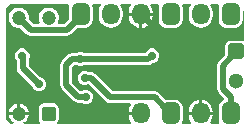
<source format=gbl>
G04*
G04 #@! TF.GenerationSoftware,Altium Limited,Altium Designer,21.1.1 (26)*
G04*
G04 Layer_Physical_Order=2*
G04 Layer_Color=16711680*
%FSLAX25Y25*%
%MOIN*%
G70*
G04*
G04 #@! TF.SameCoordinates,796318E6-0720-4558-8E08-BFF37AF7A405*
G04*
G04*
G04 #@! TF.FilePolarity,Positive*
G04*
G01*
G75*
%ADD49C,0.01968*%
G04:AMPARAMS|DCode=52|XSize=59.06mil|YSize=70.87mil|CornerRadius=14.76mil|HoleSize=0mil|Usage=FLASHONLY|Rotation=0.000|XOffset=0mil|YOffset=0mil|HoleType=Round|Shape=RoundedRectangle|*
%AMROUNDEDRECTD52*
21,1,0.05906,0.04134,0,0,0.0*
21,1,0.02953,0.07087,0,0,0.0*
1,1,0.02953,0.01476,-0.02067*
1,1,0.02953,-0.01476,-0.02067*
1,1,0.02953,-0.01476,0.02067*
1,1,0.02953,0.01476,0.02067*
%
%ADD52ROUNDEDRECTD52*%
%ADD53O,0.05906X0.07087*%
%ADD54C,0.05118*%
G04:AMPARAMS|DCode=55|XSize=51.18mil|YSize=51.18mil|CornerRadius=7.68mil|HoleSize=0mil|Usage=FLASHONLY|Rotation=90.000|XOffset=0mil|YOffset=0mil|HoleType=Round|Shape=RoundedRectangle|*
%AMROUNDEDRECTD55*
21,1,0.05118,0.03583,0,0,90.0*
21,1,0.03583,0.05118,0,0,90.0*
1,1,0.01535,0.01791,0.01791*
1,1,0.01535,0.01791,-0.01791*
1,1,0.01535,-0.01791,-0.01791*
1,1,0.01535,-0.01791,0.01791*
%
%ADD55ROUNDEDRECTD55*%
%ADD56C,0.04724*%
G04:AMPARAMS|DCode=57|XSize=47.24mil|YSize=47.24mil|CornerRadius=7.09mil|HoleSize=0mil|Usage=FLASHONLY|Rotation=90.000|XOffset=0mil|YOffset=0mil|HoleType=Round|Shape=RoundedRectangle|*
%AMROUNDEDRECTD57*
21,1,0.04724,0.03307,0,0,90.0*
21,1,0.03307,0.04724,0,0,90.0*
1,1,0.01417,0.01654,0.01654*
1,1,0.01417,0.01654,-0.01654*
1,1,0.01417,-0.01654,-0.01654*
1,1,0.01417,-0.01654,0.01654*
%
%ADD57ROUNDEDRECTD57*%
%ADD58C,0.02756*%
G36*
X72712Y41291D02*
X72699Y41201D01*
X72511Y40256D01*
Y36122D01*
X72702Y35162D01*
X73246Y34348D01*
X74060Y33804D01*
X75020Y33613D01*
X77972D01*
X78932Y33804D01*
X79746Y34348D01*
X80290Y35162D01*
X80481Y36122D01*
Y39375D01*
X80981Y39655D01*
X81058Y39608D01*
X81072Y39560D01*
Y29618D01*
X80572Y29279D01*
X80138Y29365D01*
X76555D01*
X75872Y29229D01*
X75292Y28842D01*
X74905Y28262D01*
X74769Y27579D01*
Y24655D01*
X72597Y22482D01*
X72162Y21831D01*
X72009Y21063D01*
Y13217D01*
X72162Y12449D01*
X72597Y11798D01*
X74328Y10066D01*
X74190Y9529D01*
X74060Y9503D01*
X73246Y8959D01*
X72702Y8145D01*
X72511Y7185D01*
Y3051D01*
X72699Y2106D01*
X72712Y2016D01*
X72432Y1606D01*
X69867D01*
X69620Y2106D01*
X69949Y2534D01*
X70347Y3496D01*
X70483Y4528D01*
Y4626D01*
X62509D01*
Y4528D01*
X62645Y3496D01*
X63043Y2534D01*
X63372Y2106D01*
X63126Y1606D01*
X60560D01*
X60280Y2016D01*
X60293Y2106D01*
X60481Y3051D01*
Y7185D01*
X60290Y8145D01*
X59746Y8959D01*
X58933Y9503D01*
X57972Y9694D01*
X55020D01*
X54966Y9683D01*
X52691Y11959D01*
X52040Y12394D01*
X51272Y12546D01*
X37142D01*
X31347Y18341D01*
X30696Y18777D01*
X29928Y18929D01*
X29301D01*
X29192Y19038D01*
X28324Y19398D01*
X27384D01*
X26516Y19038D01*
X25851Y18374D01*
X25492Y17506D01*
Y16566D01*
X25851Y15698D01*
X26516Y15033D01*
X27384Y14673D01*
X28324D01*
X28907Y14915D01*
X29097D01*
X34892Y9120D01*
X35543Y8685D01*
X36311Y8532D01*
X43050D01*
X43297Y8032D01*
X43043Y7702D01*
X42645Y6741D01*
X42509Y5709D01*
Y5610D01*
X46496D01*
Y4626D01*
X42509D01*
Y4528D01*
X42645Y3496D01*
X43043Y2534D01*
X43372Y2106D01*
X43126Y1606D01*
X18728Y1606D01*
X18576Y2106D01*
X18701Y2189D01*
X19075Y2749D01*
X19206Y3409D01*
Y6717D01*
X19075Y7377D01*
X18701Y7937D01*
X18141Y8311D01*
X17480Y8443D01*
X14173D01*
X13513Y8311D01*
X12953Y7937D01*
X12578Y7377D01*
X12447Y6717D01*
Y3409D01*
X12578Y2749D01*
X12953Y2189D01*
X13077Y2106D01*
X12926Y1606D01*
X7563Y1606D01*
X7429Y2106D01*
X7891Y2373D01*
X8517Y2998D01*
X8960Y3765D01*
X9176Y4571D01*
X5827D01*
X2478D01*
X2694Y3765D01*
X3136Y2998D01*
X3762Y2373D01*
X4225Y2106D01*
X4091Y1606D01*
X3937D01*
X3937Y1606D01*
X3937Y1606D01*
X3707Y1606D01*
X3257Y1695D01*
X2833Y1871D01*
X2451Y2126D01*
X2126Y2451D01*
X1871Y2833D01*
X1695Y3257D01*
X1606Y3707D01*
Y3937D01*
Y39370D01*
Y39600D01*
X1695Y40050D01*
X1871Y40474D01*
X2126Y40856D01*
X2451Y41181D01*
X2833Y41436D01*
X3257Y41612D01*
X3707Y41701D01*
X22432D01*
X22713Y41291D01*
X22699Y41201D01*
X22511Y40256D01*
Y36579D01*
X21010Y35078D01*
X19045D01*
X18795Y35511D01*
X18945Y35771D01*
X19173Y36622D01*
Y37504D01*
X18945Y38355D01*
X18505Y39118D01*
X17882Y39741D01*
X17119Y40181D01*
X16267Y40409D01*
X15386D01*
X14535Y40181D01*
X13772Y39741D01*
X13149Y39118D01*
X12708Y38355D01*
X12480Y37504D01*
Y36622D01*
X12708Y35771D01*
X12859Y35511D01*
X12609Y35078D01*
X10650D01*
X9159Y36569D01*
X9173Y36622D01*
Y37504D01*
X8945Y38355D01*
X8505Y39118D01*
X7881Y39741D01*
X7118Y40181D01*
X6267Y40409D01*
X5386D01*
X4535Y40181D01*
X3772Y39741D01*
X3149Y39118D01*
X2708Y38355D01*
X2480Y37504D01*
Y36622D01*
X2708Y35771D01*
X3149Y35008D01*
X3772Y34385D01*
X4535Y33945D01*
X5386Y33716D01*
X6267D01*
X6320Y33731D01*
X8400Y31652D01*
X9051Y31217D01*
X9819Y31064D01*
X21841D01*
X22609Y31217D01*
X23260Y31652D01*
X25222Y33613D01*
X27972D01*
X28932Y33804D01*
X29746Y34348D01*
X30290Y35162D01*
X30481Y36122D01*
Y40256D01*
X30293Y41201D01*
X30280Y41291D01*
X30560Y41701D01*
X33145D01*
X33392Y41201D01*
X33057Y40765D01*
X32660Y39807D01*
X32525Y38780D01*
Y37598D01*
X32660Y36571D01*
X33057Y35613D01*
X33688Y34791D01*
X34511Y34159D01*
X35468Y33763D01*
X36496Y33628D01*
X37524Y33763D01*
X38482Y34159D01*
X39304Y34791D01*
X39935Y35613D01*
X40332Y36571D01*
X40467Y37598D01*
Y38780D01*
X40332Y39807D01*
X39935Y40765D01*
X39600Y41201D01*
X39847Y41701D01*
X43126Y41701D01*
X43372Y41201D01*
X43043Y40773D01*
X42645Y39811D01*
X42509Y38780D01*
Y38681D01*
X50483D01*
Y38780D01*
X50347Y39811D01*
X49949Y40773D01*
X49620Y41201D01*
X49867Y41701D01*
X52432D01*
X52713Y41291D01*
X52699Y41201D01*
X52511Y40256D01*
Y36122D01*
X52702Y35162D01*
X53246Y34348D01*
X54060Y33804D01*
X55020Y33613D01*
X57972D01*
X58933Y33804D01*
X59746Y34348D01*
X60290Y35162D01*
X60481Y36122D01*
Y40256D01*
X60293Y41201D01*
X60280Y41291D01*
X60560Y41701D01*
X63146D01*
X63392Y41201D01*
X63057Y40765D01*
X62660Y39807D01*
X62525Y38780D01*
Y37598D01*
X62660Y36571D01*
X63057Y35613D01*
X63688Y34791D01*
X64511Y34159D01*
X65468Y33763D01*
X66496Y33628D01*
X67524Y33763D01*
X68482Y34159D01*
X69304Y34791D01*
X69935Y35613D01*
X70332Y36571D01*
X70467Y37598D01*
Y38780D01*
X70332Y39807D01*
X69935Y40765D01*
X69600Y41201D01*
X69847Y41701D01*
X72432D01*
X72712Y41291D01*
D02*
G37*
%LPC*%
G36*
X50483Y37697D02*
X46988D01*
Y33676D01*
X47528Y33747D01*
X48489Y34146D01*
X49315Y34779D01*
X49949Y35605D01*
X50347Y36567D01*
X50483Y37598D01*
Y37697D01*
D02*
G37*
G36*
X46004D02*
X42509D01*
Y37598D01*
X42645Y36567D01*
X43043Y35605D01*
X43677Y34779D01*
X44503Y34146D01*
X45464Y33747D01*
X46004Y33676D01*
Y37697D01*
D02*
G37*
G36*
X50864Y26772D02*
X49924D01*
X49056Y26412D01*
X48391Y25747D01*
X48187Y25254D01*
X48168Y25235D01*
X27705D01*
X26848Y25591D01*
X25908D01*
X25040Y25231D01*
X24935Y25126D01*
X23513D01*
X22745Y24973D01*
X22093Y24538D01*
X20234Y22679D01*
X19799Y22028D01*
X19647Y21260D01*
Y14567D01*
X19799Y13799D01*
X20234Y13148D01*
X24171Y9211D01*
X24823Y8776D01*
X25591Y8623D01*
X26826D01*
X27683Y8268D01*
X28623D01*
X29491Y8627D01*
X30156Y9292D01*
X30515Y10160D01*
Y11100D01*
X30156Y11968D01*
X29491Y12632D01*
X28623Y12992D01*
X27683D01*
X26826Y12637D01*
X26422D01*
X23661Y15398D01*
Y20428D01*
X24344Y21112D01*
X25315D01*
X25908Y20866D01*
X26848D01*
X27705Y21221D01*
X49000D01*
X49768Y21374D01*
X50419Y21809D01*
X50657Y22047D01*
X50864D01*
X51732Y22407D01*
X52396Y23071D01*
X52756Y23940D01*
Y24879D01*
X52396Y25747D01*
X51732Y26412D01*
X50864Y26772D01*
D02*
G37*
G36*
X7557D02*
X6617D01*
X5748Y26412D01*
X5084Y25747D01*
X4724Y24879D01*
Y23940D01*
X5084Y23071D01*
X5230Y22925D01*
Y20108D01*
X5383Y19340D01*
X5818Y18689D01*
X10135Y14372D01*
X10490Y13515D01*
X11154Y12850D01*
X12023Y12491D01*
X12962D01*
X13830Y12850D01*
X14495Y13515D01*
X14855Y14383D01*
Y15323D01*
X14495Y16191D01*
X13830Y16856D01*
X12973Y17211D01*
X9244Y20939D01*
Y23446D01*
X9449Y23940D01*
Y24879D01*
X9089Y25747D01*
X8425Y26412D01*
X7557Y26772D01*
D02*
G37*
G36*
X66988Y9631D02*
Y5610D01*
X70483D01*
Y5709D01*
X70347Y6741D01*
X69949Y7702D01*
X69315Y8528D01*
X68489Y9161D01*
X67528Y9560D01*
X66988Y9631D01*
D02*
G37*
G36*
X66004D02*
X65464Y9560D01*
X64503Y9161D01*
X63677Y8528D01*
X63043Y7702D01*
X62645Y6741D01*
X62509Y5709D01*
Y5610D01*
X66004D01*
Y9631D01*
D02*
G37*
G36*
X6319Y8412D02*
Y5555D01*
X9176D01*
X8960Y6361D01*
X8517Y7127D01*
X7891Y7753D01*
X7124Y8196D01*
X6319Y8412D01*
D02*
G37*
G36*
X5335D02*
X4529Y8196D01*
X3762Y7753D01*
X3136Y7127D01*
X2694Y6361D01*
X2478Y5555D01*
X5335D01*
Y8412D01*
D02*
G37*
%LPD*%
D49*
X21654Y14567D02*
X25591Y10630D01*
X28153D01*
X21654Y14567D02*
Y21260D01*
X23513Y23119D01*
X26268D01*
X59252Y20669D02*
X65748Y27165D01*
X53937Y30709D02*
X62205D01*
X51181Y14173D02*
X57677Y20669D01*
X62205Y30709D02*
X65748Y27165D01*
X57677Y20669D02*
X59252D01*
X26268Y23119D02*
X26378Y23228D01*
X49000D01*
X27854Y17036D02*
X27967Y16922D01*
X29928D02*
X36311Y10539D01*
X51272D01*
X27967Y16922D02*
X29928D01*
X53747Y30709D02*
X53937D01*
X51778Y28740D02*
X53747Y30709D01*
X47441Y26927D02*
X47654D01*
X49467Y28740D01*
X51778D01*
X46562Y38189D02*
X53937Y30814D01*
X46496Y38189D02*
X46562D01*
X53937Y30709D02*
Y30814D01*
X50181Y24409D02*
X50394D01*
X49000Y23228D02*
X50181Y24409D01*
X7237Y20108D02*
X12492Y14853D01*
X7237Y20108D02*
Y24259D01*
X7087Y24409D02*
X7237Y24259D01*
X74016Y13217D02*
X76496Y10737D01*
Y5315D02*
Y10737D01*
X74016Y13217D02*
Y21063D01*
X76772Y24213D02*
X78347Y25787D01*
X76772Y23819D02*
Y24213D01*
X74016Y21063D02*
X76772Y23819D01*
X54438Y7373D02*
X54565D01*
X56496Y5315D02*
Y5442D01*
X51272Y10539D02*
X54438Y7373D01*
X54565D02*
X56496Y5442D01*
X24528Y35757D02*
X25581Y36811D01*
X24528Y35757D02*
Y35757D01*
X21841Y33071D02*
X24528Y35757D01*
X9819Y33071D02*
X21841D01*
X25581Y36811D02*
X26496D01*
X5827Y37063D02*
X9819Y33071D01*
D52*
X56496Y5118D02*
D03*
X76496D02*
D03*
X56496Y38189D02*
D03*
X76496D02*
D03*
X26496D02*
D03*
D53*
X46496Y5118D02*
D03*
X66496D02*
D03*
X46496Y38189D02*
D03*
X66496D02*
D03*
X36496D02*
D03*
D54*
X78347Y15945D02*
D03*
D55*
Y25787D02*
D03*
D56*
X5827Y5063D02*
D03*
X15827Y37063D02*
D03*
X5827D02*
D03*
D57*
X15827Y5063D02*
D03*
D58*
X16142Y10630D02*
D03*
X53937Y31102D02*
D03*
X65748Y27165D02*
D03*
X51181Y14173D02*
D03*
X33465Y5118D02*
D03*
X3543Y12598D02*
D03*
Y29134D02*
D03*
X26378Y23228D02*
D03*
X47441Y26927D02*
D03*
X36496Y14764D02*
D03*
X31890Y34321D02*
D03*
X41732Y34348D02*
D03*
X20891Y39807D02*
D03*
X12492Y14853D02*
D03*
X27854Y17036D02*
D03*
X11417Y24016D02*
D03*
X50394Y24409D02*
D03*
X28153Y10630D02*
D03*
X7087Y24409D02*
D03*
M02*

</source>
